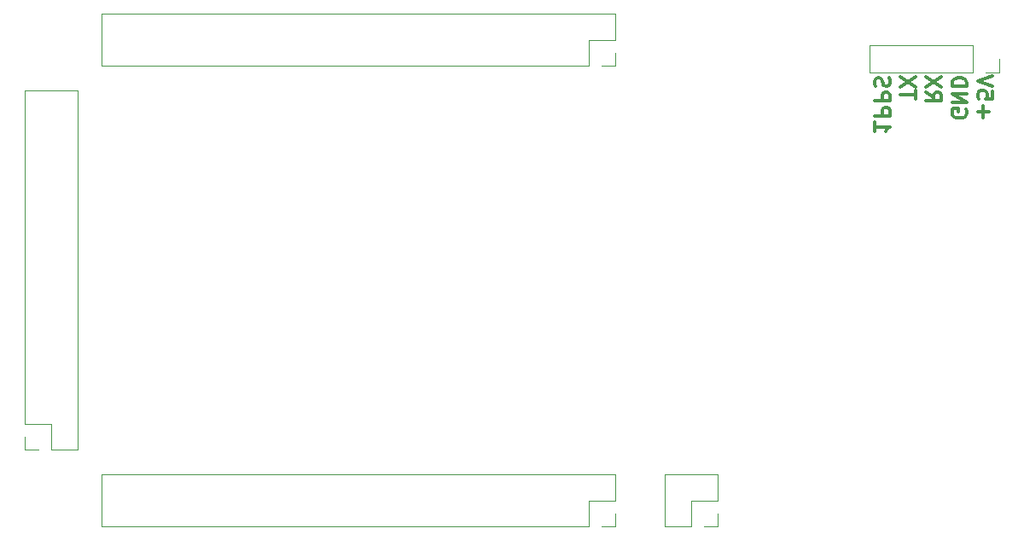
<source format=gbr>
%TF.GenerationSoftware,KiCad,Pcbnew,(5.1.9)-1*%
%TF.CreationDate,2021-02-03T14:21:07-06:00*%
%TF.ProjectId,GPS_Clock_Ver2,4750535f-436c-46f6-936b-5f566572322e,rev?*%
%TF.SameCoordinates,Original*%
%TF.FileFunction,Legend,Bot*%
%TF.FilePolarity,Positive*%
%FSLAX46Y46*%
G04 Gerber Fmt 4.6, Leading zero omitted, Abs format (unit mm)*
G04 Created by KiCad (PCBNEW (5.1.9)-1) date 2021-02-03 14:21:07*
%MOMM*%
%LPD*%
G01*
G04 APERTURE LIST*
%ADD10C,0.300000*%
%ADD11C,0.120000*%
G04 APERTURE END LIST*
D10*
X204255857Y-61051285D02*
X204255857Y-59908428D01*
X203684428Y-60479857D02*
X204827285Y-60479857D01*
X205184428Y-58479857D02*
X205184428Y-59194142D01*
X204470142Y-59265571D01*
X204541571Y-59194142D01*
X204613000Y-59051285D01*
X204613000Y-58694142D01*
X204541571Y-58551285D01*
X204470142Y-58479857D01*
X204327285Y-58408428D01*
X203970142Y-58408428D01*
X203827285Y-58479857D01*
X203755857Y-58551285D01*
X203684428Y-58694142D01*
X203684428Y-59051285D01*
X203755857Y-59194142D01*
X203827285Y-59265571D01*
X205184428Y-57979857D02*
X203684428Y-57479857D01*
X205184428Y-56979857D01*
X202563000Y-60265571D02*
X202634428Y-60408428D01*
X202634428Y-60622714D01*
X202563000Y-60837000D01*
X202420142Y-60979857D01*
X202277285Y-61051285D01*
X201991571Y-61122714D01*
X201777285Y-61122714D01*
X201491571Y-61051285D01*
X201348714Y-60979857D01*
X201205857Y-60837000D01*
X201134428Y-60622714D01*
X201134428Y-60479857D01*
X201205857Y-60265571D01*
X201277285Y-60194142D01*
X201777285Y-60194142D01*
X201777285Y-60479857D01*
X201134428Y-59551285D02*
X202634428Y-59551285D01*
X201134428Y-58694142D01*
X202634428Y-58694142D01*
X201134428Y-57979857D02*
X202634428Y-57979857D01*
X202634428Y-57622714D01*
X202563000Y-57408428D01*
X202420142Y-57265571D01*
X202277285Y-57194142D01*
X201991571Y-57122714D01*
X201777285Y-57122714D01*
X201491571Y-57194142D01*
X201348714Y-57265571D01*
X201205857Y-57408428D01*
X201134428Y-57622714D01*
X201134428Y-57979857D01*
X198584428Y-58551285D02*
X199298714Y-59051285D01*
X198584428Y-59408428D02*
X200084428Y-59408428D01*
X200084428Y-58837000D01*
X200013000Y-58694142D01*
X199941571Y-58622714D01*
X199798714Y-58551285D01*
X199584428Y-58551285D01*
X199441571Y-58622714D01*
X199370142Y-58694142D01*
X199298714Y-58837000D01*
X199298714Y-59408428D01*
X200084428Y-58051285D02*
X198584428Y-57051285D01*
X200084428Y-57051285D02*
X198584428Y-58051285D01*
X197534428Y-59265571D02*
X197534428Y-58408428D01*
X196034428Y-58837000D02*
X197534428Y-58837000D01*
X197534428Y-58051285D02*
X196034428Y-57051285D01*
X197534428Y-57051285D02*
X196034428Y-58051285D01*
X193484428Y-61551285D02*
X193484428Y-62408428D01*
X193484428Y-61979857D02*
X194984428Y-61979857D01*
X194770142Y-62122714D01*
X194627285Y-62265571D01*
X194555857Y-62408428D01*
X193484428Y-60908428D02*
X194984428Y-60908428D01*
X194984428Y-60337000D01*
X194913000Y-60194142D01*
X194841571Y-60122714D01*
X194698714Y-60051285D01*
X194484428Y-60051285D01*
X194341571Y-60122714D01*
X194270142Y-60194142D01*
X194198714Y-60337000D01*
X194198714Y-60908428D01*
X193484428Y-59408428D02*
X194984428Y-59408428D01*
X194984428Y-58837000D01*
X194913000Y-58694142D01*
X194841571Y-58622714D01*
X194698714Y-58551285D01*
X194484428Y-58551285D01*
X194341571Y-58622714D01*
X194270142Y-58694142D01*
X194198714Y-58837000D01*
X194198714Y-59408428D01*
X193555857Y-57979857D02*
X193484428Y-57765571D01*
X193484428Y-57408428D01*
X193555857Y-57265571D01*
X193627285Y-57194142D01*
X193770142Y-57122714D01*
X193913000Y-57122714D01*
X194055857Y-57194142D01*
X194127285Y-57265571D01*
X194198714Y-57408428D01*
X194270142Y-57694142D01*
X194341571Y-57837000D01*
X194413000Y-57908428D01*
X194555857Y-57979857D01*
X194698714Y-57979857D01*
X194841571Y-57908428D01*
X194913000Y-57837000D01*
X194984428Y-57694142D01*
X194984428Y-57337000D01*
X194913000Y-57122714D01*
D11*
%TO.C,J3*%
X109160000Y-94040000D02*
X110490000Y-94040000D01*
X109160000Y-92710000D02*
X109160000Y-94040000D01*
X111760000Y-94040000D02*
X114360000Y-94040000D01*
X111760000Y-91440000D02*
X111760000Y-94040000D01*
X109160000Y-91440000D02*
X111760000Y-91440000D01*
X114360000Y-94040000D02*
X114360000Y-58360000D01*
X109160000Y-91440000D02*
X109160000Y-58360000D01*
X109160000Y-58360000D02*
X114360000Y-58360000D01*
%TO.C,J1*%
X177860000Y-101660000D02*
X177860000Y-100330000D01*
X176530000Y-101660000D02*
X177860000Y-101660000D01*
X177860000Y-99060000D02*
X177860000Y-96460000D01*
X175260000Y-99060000D02*
X177860000Y-99060000D01*
X175260000Y-101660000D02*
X175260000Y-99060000D01*
X177860000Y-96460000D02*
X172660000Y-96460000D01*
X175260000Y-101660000D02*
X172660000Y-101660000D01*
X172660000Y-101660000D02*
X172660000Y-96460000D01*
%TO.C,J2*%
X167700000Y-55940000D02*
X167700000Y-54610000D01*
X166370000Y-55940000D02*
X167700000Y-55940000D01*
X167700000Y-53340000D02*
X167700000Y-50740000D01*
X165100000Y-53340000D02*
X167700000Y-53340000D01*
X165100000Y-55940000D02*
X165100000Y-53340000D01*
X167700000Y-50740000D02*
X116780000Y-50740000D01*
X165100000Y-55940000D02*
X116780000Y-55940000D01*
X116780000Y-55940000D02*
X116780000Y-50740000D01*
%TO.C,J4*%
X116780000Y-101660000D02*
X116780000Y-96460000D01*
X165100000Y-101660000D02*
X116780000Y-101660000D01*
X167700000Y-96460000D02*
X116780000Y-96460000D01*
X165100000Y-101660000D02*
X165100000Y-99060000D01*
X165100000Y-99060000D02*
X167700000Y-99060000D01*
X167700000Y-99060000D02*
X167700000Y-96460000D01*
X166370000Y-101660000D02*
X167700000Y-101660000D01*
X167700000Y-101660000D02*
X167700000Y-100330000D01*
%TO.C,J5*%
X192980000Y-56575000D02*
X192980000Y-53915000D01*
X203200000Y-56575000D02*
X192980000Y-56575000D01*
X203200000Y-53915000D02*
X192980000Y-53915000D01*
X203200000Y-56575000D02*
X203200000Y-53915000D01*
X204470000Y-56575000D02*
X205800000Y-56575000D01*
X205800000Y-56575000D02*
X205800000Y-55245000D01*
%TD*%
M02*

</source>
